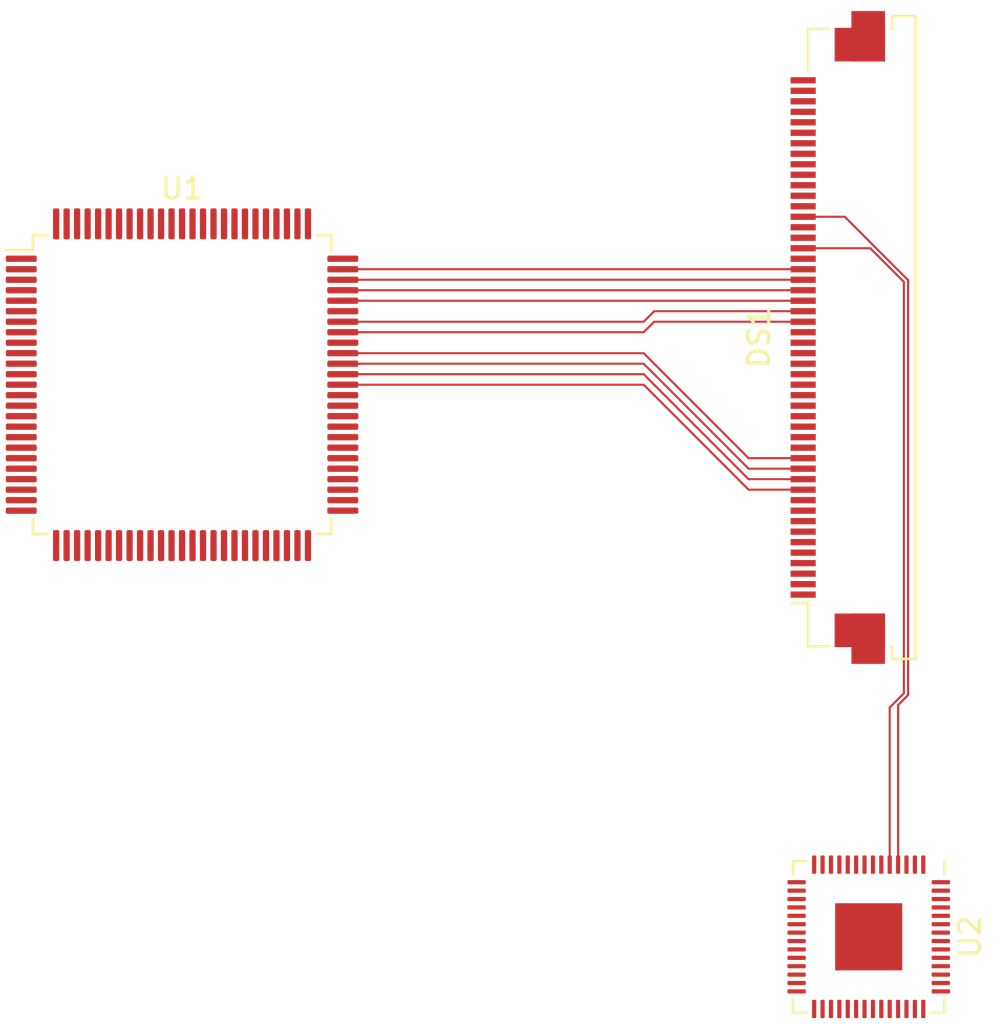
<source format=kicad_pcb>
(kicad_pcb (version 20221018) (generator pcbnew)
  (layers (0 "F.Cu" signal) (31 "B.Cu" signal) (34 "B.Paste" user) (35 "F.Paste" user) (36 "B.SilkS" user "B.Silkscreen") (37 "F.SilkS" user "F.Silkscreen") (38 "B.Mask" user) (39 "F.Mask" user) (44 "Edge.Cuts" user))
  (net 0 "")
  (net 1 "GND")
  (net 2 "+3V3")
  (net 3 "/TFT_IM0")
  (net 4 "/TFT_IM1")
  (net 5 "/TFT_IM2")
  (net 6 "/TFT_IM3")
  (net 7 "/TFT_RESET")
  (net 8 "/TFT_VSYNC")
  (net 9 "/TFT_HSYNC")
  (net 10 "/TFT_DOTCLK")
  (net 11 "/TFT_DE")
  (net 24 "/TFT_DB5")
  (net 25 "/TFT_DB4")
  (net 26 "/TFT_DB3")
  (net 27 "/TFT_DB2")
  (net 28 "/TFT_DB1")
  (net 29 "/TFT_DB0")
  (net 31 "/TFT_SDI")
  (net 33 "/TFT_WR_DCX")
  (net 34 "/TFT_DCX_SCL")
  (net 35 "/TFT_CSX")
  (net 49 "+1V2")
  (net 52 "/FPGA_RESET")
  (net 87 "+2V5")
  (net 121 "+1V1")
  (footprint "Package_QFP:TQFP-100_14x14mm_P0.5mm" (layer "F.Cu") (at 98.6 86.6)
    (fp_text reference "U1" (at 0 -9.35) (layer "F.SilkS"))
    (fp_text value "ICE40HX1K-VQ100")
    (fp_line (start -7.11 -7.11) (end -7.11 -6.41) (stroke (width 0.12)) (layer "F.SilkS"))
    (fp_line (start -7.11 -6.41) (end -8.4 -6.41) (stroke (width 0.12)) (layer "F.SilkS"))
    (fp_line (start -7.11 7.11) (end -7.11 6.41) (stroke (width 0.12)) (layer "F.SilkS"))
    (fp_line (start -6.41 -7.11) (end -7.11 -7.11) (stroke (width 0.12)) (layer "F.SilkS"))
    (fp_line (start -6.41 7.11) (end -7.11 7.11) (stroke (width 0.12)) (layer "F.SilkS"))
    (fp_line (start 6.41 -7.11) (end 7.11 -7.11) (stroke (width 0.12)) (layer "F.SilkS"))
    (fp_line (start 6.41 7.11) (end 7.11 7.11) (stroke (width 0.12)) (layer "F.SilkS"))
    (fp_line (start 7.11 -7.11) (end 7.11 -6.41) (stroke (width 0.12)) (layer "F.SilkS"))
    (fp_line (start 7.11 7.11) (end 7.11 6.41) (stroke (width 0.12)) (layer "F.SilkS"))
    (pad "1" smd roundrect (at -7.6625 -6) (size 1.475 0.3) (layers "F.Cu" "F.Paste" "F.Mask"))
    (pad "2" smd roundrect (at -7.6625 -5.5) (size 1.475 0.3) (layers "F.Cu" "F.Paste" "F.Mask"))
    (pad "3" smd roundrect (at -7.6625 -5) (size 1.475 0.3) (layers "F.Cu" "F.Paste" "F.Mask"))
    (pad "4" smd roundrect (at -7.6625 -4.5) (size 1.475 0.3) (layers "F.Cu" "F.Paste" "F.Mask"))
    (pad "5" smd roundrect (at -7.6625 -4) (size 1.475 0.3) (layers "F.Cu" "F.Paste" "F.Mask") (net 1 "GND"))
    (pad "6" smd roundrect (at -7.6625 -3.5) (size 1.475 0.3) (layers "F.Cu" "F.Paste" "F.Mask") (net 2 "+3V3"))
    (pad "7" smd roundrect (at -7.6625 -3) (size 1.475 0.3) (layers "F.Cu" "F.Paste" "F.Mask"))
    (pad "8" smd roundrect (at -7.6625 -2.5) (size 1.475 0.3) (layers "F.Cu" "F.Paste" "F.Mask"))
    (pad "9" smd roundrect (at -7.6625 -2) (size 1.475 0.3) (layers "F.Cu" "F.Paste" "F.Mask"))
    (pad "10" smd roundrect (at -7.6625 -1.5) (size 1.475 0.3) (layers "F.Cu" "F.Paste" "F.Mask"))
    (pad "11" smd roundrect (at -7.6625 -1) (size 1.475 0.3) (layers "F.Cu" "F.Paste" "F.Mask") (net 49 "+1V2"))
    (pad "12" smd roundrect (at -7.6625 -0.5) (size 1.475 0.3) (layers "F.Cu" "F.Paste" "F.Mask"))
    (pad "13" smd roundrect (at -7.6625 0) (size 1.475 0.3) (layers "F.Cu" "F.Paste" "F.Mask"))
    (pad "14" smd roundrect (at -7.6625 0.5) (size 1.475 0.3) (layers "F.Cu" "F.Paste" "F.Mask") (net 2 "+3V3"))
    (pad "15" smd roundrect (at -7.6625 1) (size 1.475 0.3) (layers "F.Cu" "F.Paste" "F.Mask") (net 52 "/FPGA_RESET"))
    (pad "16" smd roundrect (at -7.6625 1.5) (size 1.475 0.3) (layers "F.Cu" "F.Paste" "F.Mask"))
    (pad "17" smd roundrect (at -7.6625 2) (size 1.475 0.3) (layers "F.Cu" "F.Paste" "F.Mask") (net 1 "GND"))
    (pad "18" smd roundrect (at -7.6625 2.5) (size 1.475 0.3) (layers "F.Cu" "F.Paste" "F.Mask"))
    (pad "19" smd roundrect (at -7.6625 3) (size 1.475 0.3) (layers "F.Cu" "F.Paste" "F.Mask"))
    (pad "20" smd roundrect (at -7.6625 3.5) (size 1.475 0.3) (layers "F.Cu" "F.Paste" "F.Mask"))
    (pad "21" smd roundrect (at -7.6625 4) (size 1.475 0.3) (layers "F.Cu" "F.Paste" "F.Mask"))
    (pad "22" smd roundrect (at -7.6625 4.5) (size 1.475 0.3) (layers "F.Cu" "F.Paste" "F.Mask") (net 2 "+3V3"))
    (pad "23" smd roundrect (at -7.6625 5) (size 1.475 0.3) (layers "F.Cu" "F.Paste" "F.Mask") (net 1 "GND"))
    (pad "24" smd roundrect (at -7.6625 5.5) (size 1.475 0.3) (layers "F.Cu" "F.Paste" "F.Mask"))
    (pad "25" smd roundrect (at -7.6625 6) (size 1.475 0.3) (layers "F.Cu" "F.Paste" "F.Mask"))
    (pad "26" smd roundrect (at -6 7.6625) (size 0.3 1.475) (layers "F.Cu" "F.Paste" "F.Mask"))
    (pad "27" smd roundrect (at -5.5 7.6625) (size 0.3 1.475) (layers "F.Cu" "F.Paste" "F.Mask"))
    (pad "28" smd roundrect (at -5 7.6625) (size 0.3 1.475) (layers "F.Cu" "F.Paste" "F.Mask"))
    (pad "29" smd roundrect (at -4.5 7.6625) (size 0.3 1.475) (layers "F.Cu" "F.Paste" "F.Mask"))
    (pad "30" smd roundrect (at -4 7.6625) (size 0.3 1.475) (layers "F.Cu" "F.Paste" "F.Mask"))
    (pad "31" smd roundrect (at -3.5 7.6625) (size 0.3 1.475) (layers "F.Cu" "F.Paste" "F.Mask") (net 2 "+3V3"))
    (pad "32" smd roundrect (at -3 7.6625) (size 0.3 1.475) (layers "F.Cu" "F.Paste" "F.Mask") (net 1 "GND"))
    (pad "33" smd roundrect (at -2.5 7.6625) (size 0.3 1.475) (layers "F.Cu" "F.Paste" "F.Mask"))
    (pad "34" smd roundrect (at -2 7.6625) (size 0.3 1.475) (layers "F.Cu" "F.Paste" "F.Mask"))
    (pad "35" smd roundrect (at -1.5 7.6625) (size 0.3 1.475) (layers "F.Cu" "F.Paste" "F.Mask") (net 49 "+1V2"))
    (pad "36" smd roundrect (at -1 7.6625) (size 0.3 1.475) (layers "F.Cu" "F.Paste" "F.Mask"))
    (pad "37" smd roundrect (at -0.5 7.6625) (size 0.3 1.475) (layers "F.Cu" "F.Paste" "F.Mask"))
    (pad "38" smd roundrect (at 0 7.6625) (size 0.3 1.475) (layers "F.Cu" "F.Paste" "F.Mask") (net 2 "+3V3"))
    (pad "39" smd roundrect (at 0.5 7.6625) (size 0.3 1.475) (layers "F.Cu" "F.Paste" "F.Mask") (net 1 "GND"))
    (pad "40" smd roundrect (at 1 7.6625) (size 0.3 1.475) (layers "F.Cu" "F.Paste" "F.Mask"))
    (pad "41" smd roundrect (at 1.5 7.6625) (size 0.3 1.475) (layers "F.Cu" "F.Paste" "F.Mask"))
    (pad "42" smd roundrect (at 2 7.6625) (size 0.3 1.475) (layers "F.Cu" "F.Paste" "F.Mask"))
    (pad "43" smd roundrect (at 2.5 7.6625) (size 0.3 1.475) (layers "F.Cu" "F.Paste" "F.Mask"))
    (pad "44" smd roundrect (at 3 7.6625) (size 0.3 1.475) (layers "F.Cu" "F.Paste" "F.Mask"))
    (pad "45" smd roundrect (at 3.5 7.6625) (size 0.3 1.475) (layers "F.Cu" "F.Paste" "F.Mask"))
    (pad "46" smd roundrect (at 4 7.6625) (size 0.3 1.475) (layers "F.Cu" "F.Paste" "F.Mask"))
    (pad "47" smd roundrect (at 4.5 7.6625) (size 0.3 1.475) (layers "F.Cu" "F.Paste" "F.Mask") (net 1 "GND"))
    (pad "48" smd roundrect (at 5 7.6625) (size 0.3 1.475) (layers "F.Cu" "F.Paste" "F.Mask"))
    (pad "49" smd roundrect (at 5.5 7.6625) (size 0.3 1.475) (layers "F.Cu" "F.Paste" "F.Mask"))
    (pad "50" smd roundrect (at 6 7.6625) (size 0.3 1.475) (layers "F.Cu" "F.Paste" "F.Mask") (net 2 "+3V3"))
    (pad "51" smd roundrect (at 7.6625 6) (size 1.475 0.3) (layers "F.Cu" "F.Paste" "F.Mask"))
    (pad "52" smd roundrect (at 7.6625 5.5) (size 1.475 0.3) (layers "F.Cu" "F.Paste" "F.Mask"))
    (pad "53" smd roundrect (at 7.6625 5) (size 1.475 0.3) (layers "F.Cu" "F.Paste" "F.Mask"))
    (pad "54" smd roundrect (at 7.6625 4.5) (size 1.475 0.3) (layers "F.Cu" "F.Paste" "F.Mask"))
    (pad "55" smd roundrect (at 7.6625 4) (size 1.475 0.3) (layers "F.Cu" "F.Paste" "F.Mask") (net 1 "GND"))
    (pad "56" smd roundrect (at 7.6625 3.5) (size 1.475 0.3) (layers "F.Cu" "F.Paste" "F.Mask"))
    (pad "57" smd roundrect (at 7.6625 3) (size 1.475 0.3) (layers "F.Cu" "F.Paste" "F.Mask"))
    (pad "58" smd roundrect (at 7.6625 2.5) (size 1.475 0.3) (layers "F.Cu" "F.Paste" "F.Mask") (net 2 "+3V3"))
    (pad "59" smd roundrect (at 7.6625 2) (size 1.475 0.3) (layers "F.Cu" "F.Paste" "F.Mask"))
    (pad "60" smd roundrect (at 7.6625 1.5) (size 1.475 0.3) (layers "F.Cu" "F.Paste" "F.Mask"))
    (pad "61" smd roundrect (at 7.6625 1) (size 1.475 0.3) (layers "F.Cu" "F.Paste" "F.Mask") (net 49 "+1V2"))
    (pad "62" smd roundrect (at 7.6625 0.5) (size 1.475 0.3) (layers "F.Cu" "F.Paste" "F.Mask"))
    (pad "63" smd roundrect (at 7.6625 0) (size 1.475 0.3) (layers "F.Cu" "F.Paste" "F.Mask") (net 8 "/TFT_VSYNC"))
    (pad "64" smd roundrect (at 7.6625 -0.5) (size 1.475 0.3) (layers "F.Cu" "F.Paste" "F.Mask") (net 9 "/TFT_HSYNC"))
    (pad "65" smd roundrect (at 7.6625 -1) (size 1.475 0.3) (layers "F.Cu" "F.Paste" "F.Mask") (net 10 "/TFT_DOTCLK"))
    (pad "66" smd roundrect (at 7.6625 -1.5) (size 1.475 0.3) (layers "F.Cu" "F.Paste" "F.Mask") (net 11 "/TFT_DE"))
    (pad "67" smd roundrect (at 7.6625 -2) (size 1.475 0.3) (layers "F.Cu" "F.Paste" "F.Mask") (net 2 "+3V3"))
    (pad "68" smd roundrect (at 7.6625 -2.5) (size 1.475 0.3) (layers "F.Cu" "F.Paste" "F.Mask") (net 24 "/TFT_DB5"))
    (pad "69" smd roundrect (at 7.6625 -3) (size 1.475 0.3) (layers "F.Cu" "F.Paste" "F.Mask") (net 25 "/TFT_DB4"))
    (pad "70" smd roundrect (at 7.6625 -3.5) (size 1.475 0.3) (layers "F.Cu" "F.Paste" "F.Mask") (net 1 "GND"))
    (pad "71" smd roundrect (at 7.6625 -4) (size 1.475 0.3) (layers "F.Cu" "F.Paste" "F.Mask") (net 26 "/TFT_DB3"))
    (pad "72" smd roundrect (at 7.6625 -4.5) (size 1.475 0.3) (layers "F.Cu" "F.Paste" "F.Mask") (net 27 "/TFT_DB2"))
    (pad "73" smd roundrect (at 7.6625 -5) (size 1.475 0.3) (layers "F.Cu" "F.Paste" "F.Mask") (net 28 "/TFT_DB1"))
    (pad "74" smd roundrect (at 7.6625 -5.5) (size 1.475 0.3) (layers "F.Cu" "F.Paste" "F.Mask") (net 29 "/TFT_DB0"))
    (pad "75" smd roundrect (at 7.6625 -6) (size 1.475 0.3) (layers "F.Cu" "F.Paste" "F.Mask") (net 87 "+2V5"))
    (pad "76" smd roundrect (at 6 -7.6625) (size 0.3 1.475) (layers "F.Cu" "F.Paste" "F.Mask"))
    (pad "77" smd roundrect (at 5.5 -7.6625) (size 0.3 1.475) (layers "F.Cu" "F.Paste" "F.Mask") (net 49 "+1V2"))
    (pad "78" smd roundrect (at 5 -7.6625) (size 0.3 1.475) (layers "F.Cu" "F.Paste" "F.Mask"))
    (pad "79" smd roundrect (at 4.5 -7.6625) (size 0.3 1.475) (layers "F.Cu" "F.Paste" "F.Mask"))
    (pad "80" smd roundrect (at 4 -7.6625) (size 0.3 1.475) (layers "F.Cu" "F.Paste" "F.Mask"))
    (pad "81" smd roundrect (at 3.5 -7.6625) (size 0.3 1.475) (layers "F.Cu" "F.Paste" "F.Mask"))
    (pad "82" smd roundrect (at 3 -7.6625) (size 0.3 1.475) (layers "F.Cu" "F.Paste" "F.Mask"))
    (pad "83" smd roundrect (at 2.5 -7.6625) (size 0.3 1.475) (layers "F.Cu" "F.Paste" "F.Mask"))
    (pad "84" smd roundrect (at 2 -7.6625) (size 0.3 1.475) (layers "F.Cu" "F.Paste" "F.Mask") (net 1 "GND"))
    (pad "85" smd roundrect (at 1.5 -7.6625) (size 0.3 1.475) (layers "F.Cu" "F.Paste" "F.Mask"))
    (pad "86" smd roundrect (at 1 -7.6625) (size 0.3 1.475) (layers "F.Cu" "F.Paste" "F.Mask"))
    (pad "87" smd roundrect (at 0.5 -7.6625) (size 0.3 1.475) (layers "F.Cu" "F.Paste" "F.Mask"))
    (pad "88" smd roundrect (at 0 -7.6625) (size 0.3 1.475) (layers "F.Cu" "F.Paste" "F.Mask") (net 2 "+3V3"))
    (pad "89" smd roundrect (at -0.5 -7.6625) (size 0.3 1.475) (layers "F.Cu" "F.Paste" "F.Mask"))
    (pad "90" smd roundrect (at -1 -7.6625) (size 0.3 1.475) (layers "F.Cu" "F.Paste" "F.Mask"))
    (pad "91" smd roundrect (at -1.5 -7.6625) (size 0.3 1.475) (layers "F.Cu" "F.Paste" "F.Mask"))
    (pad "92" smd roundrect (at -2 -7.6625) (size 0.3 1.475) (layers "F.Cu" "F.Paste" "F.Mask") (net 2 "+3V3"))
    (pad "93" smd roundrect (at -2.5 -7.6625) (size 0.3 1.475) (layers "F.Cu" "F.Paste" "F.Mask"))
    (pad "94" smd roundrect (at -3 -7.6625) (size 0.3 1.475) (layers "F.Cu" "F.Paste" "F.Mask"))
    (pad "95" smd roundrect (at -3.5 -7.6625) (size 0.3 1.475) (layers "F.Cu" "F.Paste" "F.Mask"))
    (pad "96" smd roundrect (at -4 -7.6625) (size 0.3 1.475) (layers "F.Cu" "F.Paste" "F.Mask"))
    (pad "97" smd roundrect (at -4.5 -7.6625) (size 0.3 1.475) (layers "F.Cu" "F.Paste" "F.Mask"))
    (pad "98" smd roundrect (at -5 -7.6625) (size 0.3 1.475) (layers "F.Cu" "F.Paste" "F.Mask") (net 1 "GND"))
    (pad "99" smd roundrect (at -5.5 -7.6625) (size 0.3 1.475) (layers "F.Cu" "F.Paste" "F.Mask"))
    (pad "100" smd roundrect (at -6 -7.6625) (size 0.3 1.475) (layers "F.Cu" "F.Paste" "F.Mask"))
  )
  (footprint "Connector_FFC-FPC:Molex_54132-5033_1x50-1MP_P0.5mm_Horizontal" (layer "F.Cu") (at 129.85 84.35 90)
    (fp_text reference "DS1" (at 0 -3.75 90) (layer "F.SilkS"))
    (fp_text value "~")
    (fp_line (start -15.31 2.59) (end -15.31 3.71) (stroke (width 0.12)) (layer "F.SilkS"))
    (fp_line (start -15.31 2.59) (end -14.71 2.59) (stroke (width 0.12)) (layer "F.SilkS"))
    (fp_line (start -14.71 -1.41) (end -14.71 -0.41) (stroke (width 0.12)) (layer "F.SilkS"))
    (fp_line (start -14.71 2.59) (end -14.71 2.51) (stroke (width 0.12)) (layer "F.SilkS"))
    (fp_line (start -12.66 -1.41) (end -14.71 -1.41) (stroke (width 0.12)) (layer "F.SilkS"))
    (fp_line (start -12.66 -1.41) (end -12.66 -2.19) (stroke (width 0.12)) (layer "F.SilkS"))
    (fp_line (start 14.71 -1.41) (end 12.66 -1.41) (stroke (width 0.12)) (layer "F.SilkS"))
    (fp_line (start 14.71 -1.41) (end 14.71 -0.41) (stroke (width 0.12)) (layer "F.SilkS"))
    (fp_line (start 14.71 2.59) (end 14.71 2.51) (stroke (width 0.12)) (layer "F.SilkS"))
    (fp_line (start 14.71 2.59) (end 15.31 2.59) (stroke (width 0.12)) (layer "F.SilkS"))
    (fp_line (start 15.31 2.59) (end 15.31 3.71) (stroke (width 0.12)) (layer "F.SilkS"))
    (fp_line (start 15.31 3.71) (end -15.31 3.71) (stroke (width 0.12)) (layer "F.SilkS"))
    (pad "1" smd rect (at -12.25 -1.65 90) (size 0.3 1.2) (layers "F.Cu" "F.Paste" "F.Mask") (net 1 "GND"))
    (pad "2" smd rect (at -11.75 -1.65 90) (size 0.3 1.2) (layers "F.Cu" "F.Paste" "F.Mask") (net 2 "+3V3"))
    (pad "3" smd rect (at -11.25 -1.65 90) (size 0.3 1.2) (layers "F.Cu" "F.Paste" "F.Mask") (net 2 "+3V3"))
    (pad "4" smd rect (at -10.75 -1.65 90) (size 0.3 1.2) (layers "F.Cu" "F.Paste" "F.Mask") (net 2 "+3V3"))
    (pad "5" smd rect (at -10.25 -1.65 90) (size 0.3 1.2) (layers "F.Cu" "F.Paste" "F.Mask") (net 2 "+3V3"))
    (pad "6" smd rect (at -9.75 -1.65 90) (size 0.3 1.2) (layers "F.Cu" "F.Paste" "F.Mask") (net 3 "/TFT_IM0"))
    (pad "7" smd rect (at -9.25 -1.65 90) (size 0.3 1.2) (layers "F.Cu" "F.Paste" "F.Mask") (net 4 "/TFT_IM1"))
    (pad "8" smd rect (at -8.75 -1.65 90) (size 0.3 1.2) (layers "F.Cu" "F.Paste" "F.Mask") (net 5 "/TFT_IM2"))
    (pad "9" smd rect (at -8.25 -1.65 90) (size 0.3 1.2) (layers "F.Cu" "F.Paste" "F.Mask") (net 6 "/TFT_IM3"))
    (pad "10" smd rect (at -7.75 -1.65 90) (size 0.3 1.2) (layers "F.Cu" "F.Paste" "F.Mask") (net 7 "/TFT_RESET"))
    (pad "11" smd rect (at -7.25 -1.65 90) (size 0.3 1.2) (layers "F.Cu" "F.Paste" "F.Mask") (net 8 "/TFT_VSYNC"))
    (pad "12" smd rect (at -6.75 -1.65 90) (size 0.3 1.2) (layers "F.Cu" "F.Paste" "F.Mask") (net 9 "/TFT_HSYNC"))
    (pad "13" smd rect (at -6.25 -1.65 90) (size 0.3 1.2) (layers "F.Cu" "F.Paste" "F.Mask") (net 10 "/TFT_DOTCLK"))
    (pad "14" smd rect (at -5.75 -1.65 90) (size 0.3 1.2) (layers "F.Cu" "F.Paste" "F.Mask") (net 11 "/TFT_DE"))
    (pad "15" smd rect (at -5.25 -1.65 90) (size 0.3 1.2) (layers "F.Cu" "F.Paste" "F.Mask"))
    (pad "16" smd rect (at -4.75 -1.65 90) (size 0.3 1.2) (layers "F.Cu" "F.Paste" "F.Mask"))
    (pad "17" smd rect (at -4.25 -1.65 90) (size 0.3 1.2) (layers "F.Cu" "F.Paste" "F.Mask"))
    (pad "18" smd rect (at -3.75 -1.65 90) (size 0.3 1.2) (layers "F.Cu" "F.Paste" "F.Mask"))
    (pad "19" smd rect (at -3.25 -1.65 90) (size 0.3 1.2) (layers "F.Cu" "F.Paste" "F.Mask"))
    (pad "20" smd rect (at -2.75 -1.65 90) (size 0.3 1.2) (layers "F.Cu" "F.Paste" "F.Mask"))
    (pad "21" smd rect (at -2.25 -1.65 90) (size 0.3 1.2) (layers "F.Cu" "F.Paste" "F.Mask"))
    (pad "22" smd rect (at -1.75 -1.65 90) (size 0.3 1.2) (layers "F.Cu" "F.Paste" "F.Mask"))
    (pad "23" smd rect (at -1.25 -1.65 90) (size 0.3 1.2) (layers "F.Cu" "F.Paste" "F.Mask"))
    (pad "24" smd rect (at -0.75 -1.65 90) (size 0.3 1.2) (layers "F.Cu" "F.Paste" "F.Mask"))
    (pad "25" smd rect (at -0.25 -1.65 90) (size 0.3 1.2) (layers "F.Cu" "F.Paste" "F.Mask"))
    (pad "26" smd rect (at 0.25 -1.65 90) (size 0.3 1.2) (layers "F.Cu" "F.Paste" "F.Mask"))
    (pad "27" smd rect (at 0.75 -1.65 90) (size 0.3 1.2) (layers "F.Cu" "F.Paste" "F.Mask") (net 24 "/TFT_DB5"))
    (pad "28" smd rect (at 1.25 -1.65 90) (size 0.3 1.2) (layers "F.Cu" "F.Paste" "F.Mask") (net 25 "/TFT_DB4"))
    (pad "29" smd rect (at 1.75 -1.65 90) (size 0.3 1.2) (layers "F.Cu" "F.Paste" "F.Mask") (net 26 "/TFT_DB3"))
    (pad "30" smd rect (at 2.25 -1.65 90) (size 0.3 1.2) (layers "F.Cu" "F.Paste" "F.Mask") (net 27 "/TFT_DB2"))
    (pad "31" smd rect (at 2.75 -1.65 90) (size 0.3 1.2) (layers "F.Cu" "F.Paste" "F.Mask") (net 28 "/TFT_DB1"))
    (pad "32" smd rect (at 3.25 -1.65 90) (size 0.3 1.2) (layers "F.Cu" "F.Paste" "F.Mask") (net 29 "/TFT_DB0"))
    (pad "33" smd rect (at 3.75 -1.65 90) (size 0.3 1.2) (layers "F.Cu" "F.Paste" "F.Mask"))
    (pad "34" smd rect (at 4.25 -1.65 90) (size 0.3 1.2) (layers "F.Cu" "F.Paste" "F.Mask") (net 31 "/TFT_SDI"))
    (pad "35" smd rect (at 4.75 -1.65 90) (size 0.3 1.2) (layers "F.Cu" "F.Paste" "F.Mask"))
    (pad "36" smd rect (at 5.25 -1.65 90) (size 0.3 1.2) (layers "F.Cu" "F.Paste" "F.Mask") (net 33 "/TFT_WR_DCX"))
    (pad "37" smd rect (at 5.75 -1.65 90) (size 0.3 1.2) (layers "F.Cu" "F.Paste" "F.Mask") (net 34 "/TFT_DCX_SCL"))
    (pad "38" smd rect (at 6.25 -1.65 90) (size 0.3 1.2) (layers "F.Cu" "F.Paste" "F.Mask") (net 35 "/TFT_CSX"))
    (pad "39" smd rect (at 6.75 -1.65 90) (size 0.3 1.2) (layers "F.Cu" "F.Paste" "F.Mask"))
    (pad "40" smd rect (at 7.25 -1.65 90) (size 0.3 1.2) (layers "F.Cu" "F.Paste" "F.Mask") (net 2 "+3V3"))
    (pad "41" smd rect (at 7.75 -1.65 90) (size 0.3 1.2) (layers "F.Cu" "F.Paste" "F.Mask") (net 2 "+3V3"))
    (pad "42" smd rect (at 8.25 -1.65 90) (size 0.3 1.2) (layers "F.Cu" "F.Paste" "F.Mask") (net 2 "+3V3"))
    (pad "43" smd rect (at 8.75 -1.65 90) (size 0.3 1.2) (layers "F.Cu" "F.Paste" "F.Mask") (net 1 "GND"))
    (pad "44" smd rect (at 9.25 -1.65 90) (size 0.3 1.2) (layers "F.Cu" "F.Paste" "F.Mask"))
    (pad "45" smd rect (at 9.75 -1.65 90) (size 0.3 1.2) (layers "F.Cu" "F.Paste" "F.Mask"))
    (pad "46" smd rect (at 10.25 -1.65 90) (size 0.3 1.2) (layers "F.Cu" "F.Paste" "F.Mask"))
    (pad "47" smd rect (at 10.75 -1.65 90) (size 0.3 1.2) (layers "F.Cu" "F.Paste" "F.Mask"))
    (pad "48" smd rect (at 11.25 -1.65 90) (size 0.3 1.2) (layers "F.Cu" "F.Paste" "F.Mask") (net 1 "GND"))
    (pad "49" smd rect (at 11.75 -1.65 90) (size 0.3 1.2) (layers "F.Cu" "F.Paste" "F.Mask") (net 1 "GND"))
    (pad "50" smd rect (at 12.25 -1.65 90) (size 0.3 1.2) (layers "F.Cu" "F.Paste" "F.Mask") (net 1 "GND"))
    (pad "MP" smd rect (at -14.35 1.45 90) (size 2.4 1.6) (layers "F.Cu" "F.Paste" "F.Mask"))
    (pad "MP" smd rect (at -13.95 1.05 90) (size 1.6 2.4) (layers "F.Cu" "F.Paste" "F.Mask"))
    (pad "MP" smd rect (at 13.95 1.05 90) (size 1.6 2.4) (layers "F.Cu" "F.Paste" "F.Mask"))
    (pad "MP" smd rect (at 14.35 1.45 90) (size 2.4 1.6) (layers "F.Cu" "F.Paste" "F.Mask"))
  )
  (footprint "Package_DFN_QFN:QFN-56-1EP_7x7mm_P0.4mm_EP3.2x3.2mm" (layer "F.Cu") (at 131.325 112.9 -90)
    (fp_text reference "U2" (at 0 -4.82 90) (layer "F.SilkS"))
    (fp_text value "RP2040")
    (fp_line (start -3.61 3.61) (end -3.61 2.96) (stroke (width 0.12)) (layer "F.SilkS"))
    (fp_line (start -2.96 -3.61) (end -3.61 -3.61) (stroke (width 0.12)) (layer "F.SilkS"))
    (fp_line (start -2.96 3.61) (end -3.61 3.61) (stroke (width 0.12)) (layer "F.SilkS"))
    (fp_line (start 2.96 -3.61) (end 3.61 -3.61) (stroke (width 0.12)) (layer "F.SilkS"))
    (fp_line (start 2.96 3.61) (end 3.61 3.61) (stroke (width 0.12)) (layer "F.SilkS"))
    (fp_line (start 3.61 -3.61) (end 3.61 -2.96) (stroke (width 0.12)) (layer "F.SilkS"))
    (fp_line (start 3.61 3.61) (end 3.61 2.96) (stroke (width 0.12)) (layer "F.SilkS"))
    (pad "1" smd roundrect (at -3.4375 -2.6 270) (size 0.875 0.2) (layers "F.Cu" "F.Paste" "F.Mask") (net 2 "+3V3"))
    (pad "2" smd roundrect (at -3.4375 -2.2 270) (size 0.875 0.2) (layers "F.Cu" "F.Paste" "F.Mask") (net 35 "/TFT_CSX"))
    (pad "3" smd roundrect (at -3.4375 -1.8 270) (size 0.875 0.2) (layers "F.Cu" "F.Paste" "F.Mask") (net 33 "/TFT_WR_DCX"))
    (pad "4" smd roundrect (at -3.4375 -1.4 270) (size 0.875 0.2) (layers "F.Cu" "F.Paste" "F.Mask") (net 34 "/TFT_DCX_SCL"))
    (pad "5" smd roundrect (at -3.4375 -1 270) (size 0.875 0.2) (layers "F.Cu" "F.Paste" "F.Mask") (net 31 "/TFT_SDI"))
    (pad "6" smd roundrect (at -3.4375 -0.6 270) (size 0.875 0.2) (layers "F.Cu" "F.Paste" "F.Mask") (net 7 "/TFT_RESET"))
    (pad "7" smd roundrect (at -3.4375 -0.2 270) (size 0.875 0.2) (layers "F.Cu" "F.Paste" "F.Mask") (net 52 "/FPGA_RESET"))
    (pad "8" smd roundrect (at -3.4375 0.2 270) (size 0.875 0.2) (layers "F.Cu" "F.Paste" "F.Mask"))
    (pad "9" smd roundrect (at -3.4375 0.6 270) (size 0.875 0.2) (layers "F.Cu" "F.Paste" "F.Mask"))
    (pad "10" smd roundrect (at -3.4375 1 270) (size 0.875 0.2) (layers "F.Cu" "F.Paste" "F.Mask") (net 2 "+3V3"))
    (pad "11" smd roundrect (at -3.4375 1.4 270) (size 0.875 0.2) (layers "F.Cu" "F.Paste" "F.Mask"))
    (pad "12" smd roundrect (at -3.4375 1.8 270) (size 0.875 0.2) (layers "F.Cu" "F.Paste" "F.Mask"))
    (pad "13" smd roundrect (at -3.4375 2.2 270) (size 0.875 0.2) (layers "F.Cu" "F.Paste" "F.Mask"))
    (pad "14" smd roundrect (at -3.4375 2.6 270) (size 0.875 0.2) (layers "F.Cu" "F.Paste" "F.Mask"))
    (pad "15" smd roundrect (at -2.6 3.4375 270) (size 0.2 0.875) (layers "F.Cu" "F.Paste" "F.Mask"))
    (pad "16" smd roundrect (at -2.2 3.4375 270) (size 0.2 0.875) (layers "F.Cu" "F.Paste" "F.Mask"))
    (pad "17" smd roundrect (at -1.8 3.4375 270) (size 0.2 0.875) (layers "F.Cu" "F.Paste" "F.Mask"))
    (pad "18" smd roundrect (at -1.4 3.4375 270) (size 0.2 0.875) (layers "F.Cu" "F.Paste" "F.Mask"))
    (pad "19" smd roundrect (at -1 3.4375 270) (size 0.2 0.875) (layers "F.Cu" "F.Paste" "F.Mask"))
    (pad "20" smd roundrect (at -0.6 3.4375 270) (size 0.2 0.875) (layers "F.Cu" "F.Paste" "F.Mask"))
    (pad "21" smd roundrect (at -0.2 3.4375 270) (size 0.2 0.875) (layers "F.Cu" "F.Paste" "F.Mask"))
    (pad "22" smd roundrect (at 0.2 3.4375 270) (size 0.2 0.875) (layers "F.Cu" "F.Paste" "F.Mask") (net 2 "+3V3"))
    (pad "23" smd roundrect (at 0.6 3.4375 270) (size 0.2 0.875) (layers "F.Cu" "F.Paste" "F.Mask") (net 121 "+1V1"))
    (pad "24" smd roundrect (at 1 3.4375 270) (size 0.2 0.875) (layers "F.Cu" "F.Paste" "F.Mask"))
    (pad "25" smd roundrect (at 1.4 3.4375 270) (size 0.2 0.875) (layers "F.Cu" "F.Paste" "F.Mask"))
    (pad "26" smd roundrect (at 1.8 3.4375 270) (size 0.2 0.875) (layers "F.Cu" "F.Paste" "F.Mask") (net 2 "+3V3"))
    (pad "27" smd roundrect (at 2.2 3.4375 270) (size 0.2 0.875) (layers "F.Cu" "F.Paste" "F.Mask"))
    (pad "28" smd roundrect (at 2.6 3.4375 270) (size 0.2 0.875) (layers "F.Cu" "F.Paste" "F.Mask"))
    (pad "29" smd roundrect (at 3.4375 2.6 270) (size 0.875 0.2) (layers "F.Cu" "F.Paste" "F.Mask"))
    (pad "30" smd roundrect (at 3.4375 2.2 270) (size 0.875 0.2) (layers "F.Cu" "F.Paste" "F.Mask"))
    (pad "31" smd roundrect (at 3.4375 1.8 270) (size 0.875 0.2) (layers "F.Cu" "F.Paste" "F.Mask"))
    (pad "32" smd roundrect (at 3.4375 1.4 270) (size 0.875 0.2) (layers "F.Cu" "F.Paste" "F.Mask"))
    (pad "33" smd roundrect (at 3.4375 1 270) (size 0.875 0.2) (layers "F.Cu" "F.Paste" "F.Mask") (net 2 "+3V3"))
    (pad "34" smd roundrect (at 3.4375 0.6 270) (size 0.875 0.2) (layers "F.Cu" "F.Paste" "F.Mask"))
    (pad "35" smd roundrect (at 3.4375 0.2 270) (size 0.875 0.2) (layers "F.Cu" "F.Paste" "F.Mask"))
    (pad "36" smd roundrect (at 3.4375 -0.2 270) (size 0.875 0.2) (layers "F.Cu" "F.Paste" "F.Mask"))
    (pad "37" smd roundrect (at 3.4375 -0.6 270) (size 0.875 0.2) (layers "F.Cu" "F.Paste" "F.Mask"))
    (pad "38" smd roundrect (at 3.4375 -1 270) (size 0.875 0.2) (layers "F.Cu" "F.Paste" "F.Mask"))
    (pad "39" smd roundrect (at 3.4375 -1.4 270) (size 0.875 0.2) (layers "F.Cu" "F.Paste" "F.Mask"))
    (pad "40" smd roundrect (at 3.4375 -1.8 270) (size 0.875 0.2) (layers "F.Cu" "F.Paste" "F.Mask"))
    (pad "41" smd roundrect (at 3.4375 -2.2 270) (size 0.875 0.2) (layers "F.Cu" "F.Paste" "F.Mask"))
    (pad "42" smd roundrect (at 3.4375 -2.6 270) (size 0.875 0.2) (layers "F.Cu" "F.Paste" "F.Mask") (net 2 "+3V3"))
    (pad "43" smd roundrect (at 2.6 -3.4375 270) (size 0.2 0.875) (layers "F.Cu" "F.Paste" "F.Mask") (net 2 "+3V3"))
    (pad "44" smd roundrect (at 2.2 -3.4375 270) (size 0.2 0.875) (layers "F.Cu" "F.Paste" "F.Mask") (net 2 "+3V3"))
    (pad "45" smd roundrect (at 1.8 -3.4375 270) (size 0.2 0.875) (layers "F.Cu" "F.Paste" "F.Mask") (net 121 "+1V1"))
    (pad "46" smd roundrect (at 1.4 -3.4375 270) (size 0.2 0.875) (layers "F.Cu" "F.Paste" "F.Mask"))
    (pad "47" smd roundrect (at 1 -3.4375 270) (size 0.2 0.875) (layers "F.Cu" "F.Paste" "F.Mask"))
    (pad "48" smd roundrect (at 0.6 -3.4375 270) (size 0.2 0.875) (layers "F.Cu" "F.Paste" "F.Mask") (net 2 "+3V3"))
    (pad "49" smd roundrect (at 0.2 -3.4375 270) (size 0.2 0.875) (layers "F.Cu" "F.Paste" "F.Mask") (net 2 "+3V3"))
    (pad "50" smd roundrect (at -0.2 -3.4375 270) (size 0.2 0.875) (layers "F.Cu" "F.Paste" "F.Mask") (net 121 "+1V1"))
    (pad "51" smd roundrect (at -0.6 -3.4375 270) (size 0.2 0.875) (layers "F.Cu" "F.Paste" "F.Mask"))
    (pad "52" smd roundrect (at -1 -3.4375 270) (size 0.2 0.875) (layers "F.Cu" "F.Paste" "F.Mask"))
    (pad "53" smd roundrect (at -1.4 -3.4375 270) (size 0.2 0.875) (layers "F.Cu" "F.Paste" "F.Mask"))
    (pad "54" smd roundrect (at -1.8 -3.4375 270) (size 0.2 0.875) (layers "F.Cu" "F.Paste" "F.Mask"))
    (pad "55" smd roundrect (at -2.2 -3.4375 270) (size 0.2 0.875) (layers "F.Cu" "F.Paste" "F.Mask"))
    (pad "56" smd roundrect (at -2.6 -3.4375 270) (size 0.2 0.875) (layers "F.Cu" "F.Paste" "F.Mask"))
    (pad "57" smd rect (at 0 0 270) (size 3.2 3.2) (layers "F.Cu" "F.Mask") (net 1 "GND"))
  )
  (segment (start 120.6 86.6) (end 125.6 91.6) (width 0.1) (layer "F.Cu") (net 8))
  (segment (start 106.2625 86.6) (end 120.6 86.6) (width 0.1) (layer "F.Cu") (net 8))
  (segment (start 125.6 91.6) (end 128.2 91.6) (width 0.1) (layer "F.Cu") (net 8))
  (segment (start 125.6 91.1) (end 120.6 86.1) (width 0.1) (layer "F.Cu") (net 9))
  (segment (start 128.2 91.1) (end 125.6 91.1) (width 0.1) (layer "F.Cu") (net 9))
  (segment (start 120.6 86.1) (end 106.2625 86.1) (width 0.1) (layer "F.Cu") (net 9))
  (segment (start 120.6 85.6) (end 125.6 90.6) (width 0.1) (layer "F.Cu") (net 10))
  (segment (start 106.2625 85.6) (end 120.6 85.6) (width 0.1) (layer "F.Cu") (net 10))
  (segment (start 125.6 90.6) (end 128.2 90.6) (width 0.1) (layer "F.Cu") (net 10))
  (segment (start 125.6 90.1) (end 120.6 85.1) (width 0.1) (layer "F.Cu") (net 11))
  (segment (start 120.6 85.1) (end 106.2625 85.1) (width 0.1) (layer "F.Cu") (net 11))
  (segment (start 128.2 90.1) (end 125.6 90.1) (width 0.1) (layer "F.Cu") (net 11))
  (segment (start 128.2 83.6) (end 121.1 83.6) (width 0.1) (layer "F.Cu") (net 24))
  (segment (start 121.1 83.6) (end 120.6 84.1) (width 0.1) (layer "F.Cu") (net 24))
  (segment (start 120.6 84.1) (end 106.2625 84.1) (width 0.1) (layer "F.Cu") (net 24))
  (segment (start 121.1 83.1) (end 120.6 83.6) (width 0.1) (layer "F.Cu") (net 25))
  (segment (start 128.2 83.1) (end 121.1 83.1) (width 0.1) (layer "F.Cu") (net 25))
  (segment (start 120.6 83.6) (end 106.2625 83.6) (width 0.1) (layer "F.Cu") (net 25))
  (segment (start 106.2625 82.6) (end 128.2 82.6) (width 0.1) (layer "F.Cu") (net 26))
  (segment (start 128.2 82.1) (end 106.2625 82.1) (width 0.1) (layer "F.Cu") (net 27))
  (segment (start 106.2625 81.6) (end 128.2 81.6) (width 0.1) (layer "F.Cu") (net 28))
  (segment (start 106.2625 81.1) (end 128.2 81.1) (width 0.1) (layer "F.Cu") (net 29))
  (segment (start 132.325 101.975) (end 133 101.3) (width 0.1) (layer "F.Cu") (net 31))
  (segment (start 133 101.3) (end 133 81.7) (width 0.1) (layer "F.Cu") (net 31))
  (segment (start 133 81.7) (end 131.4 80.1) (width 0.1) (layer "F.Cu") (net 31))
  (segment (start 132.325 109.4625) (end 132.325 101.975) (width 0.1) (layer "F.Cu") (net 31))
  (segment (start 131.4 80.1) (end 128.2 80.1) (width 0.1) (layer "F.Cu") (net 31))
  (segment (start 132.725 109.4625) (end 132.725 101.857842) (width 0.1) (layer "F.Cu") (net 34))
  (segment (start 130.182842 78.6) (end 128.2 78.6) (width 0.1) (layer "F.Cu") (net 34))
  (segment (start 133.2 81.617158) (end 130.182842 78.6) (width 0.1) (layer "F.Cu") (net 34))
  (segment (start 132.725 101.857842) (end 133.2 101.382842) (width 0.1) (layer "F.Cu") (net 34))
  (segment (start 133.2 101.382842) (end 133.2 81.617158) (width 0.1) (layer "F.Cu") (net 34))
)
</source>
